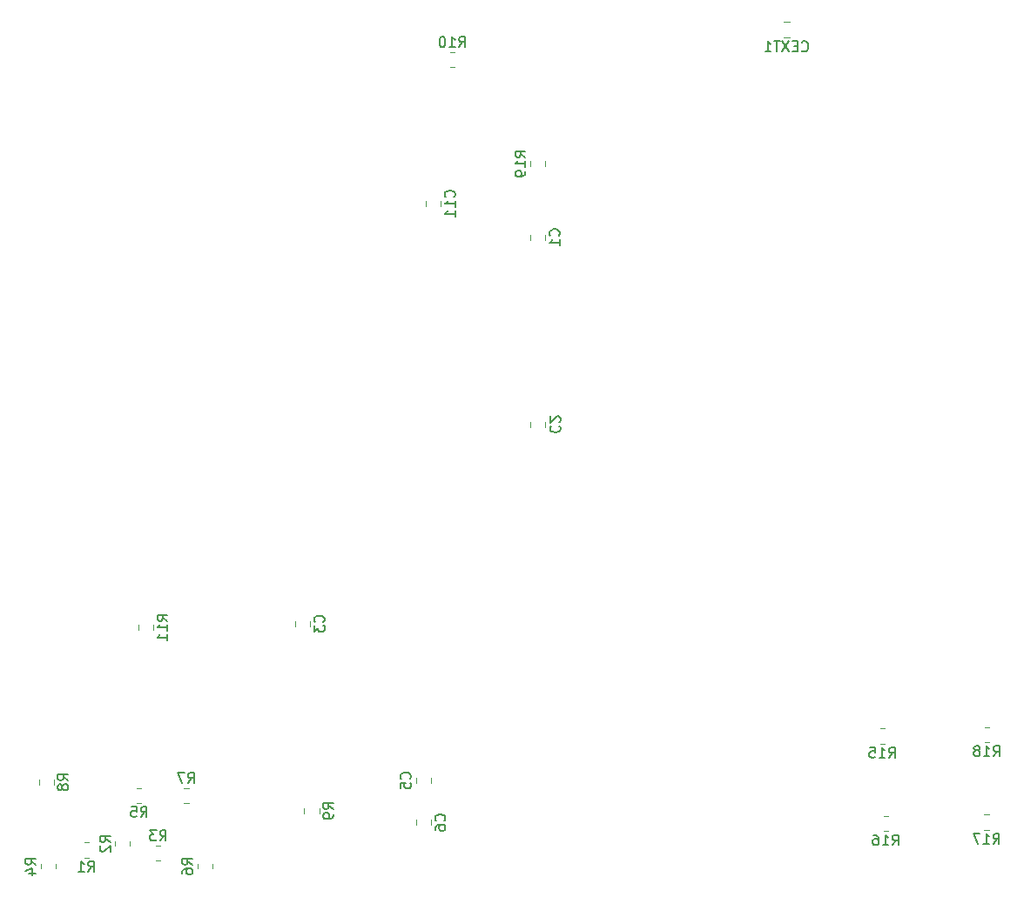
<source format=gbr>
%TF.GenerationSoftware,KiCad,Pcbnew,(5.1.7)-1*%
%TF.CreationDate,2020-12-26T11:55:58+01:00*%
%TF.ProjectId,sbc6526,73626336-3532-4362-9e6b-696361645f70,rev?*%
%TF.SameCoordinates,Original*%
%TF.FileFunction,Legend,Bot*%
%TF.FilePolarity,Positive*%
%FSLAX46Y46*%
G04 Gerber Fmt 4.6, Leading zero omitted, Abs format (unit mm)*
G04 Created by KiCad (PCBNEW (5.1.7)-1) date 2020-12-26 11:55:58*
%MOMM*%
%LPD*%
G01*
G04 APERTURE LIST*
%ADD10C,0.120000*%
%ADD11C,0.150000*%
G04 APERTURE END LIST*
D10*
%TO.C,C1*%
X150229900Y-79547952D02*
X150229900Y-79025448D01*
X151699900Y-79547952D02*
X151699900Y-79025448D01*
%TO.C,C2*%
X150215000Y-97748752D02*
X150215000Y-97226248D01*
X151685000Y-97748752D02*
X151685000Y-97226248D01*
%TO.C,C3*%
X127365000Y-117148752D02*
X127365000Y-116626248D01*
X128835000Y-117148752D02*
X128835000Y-116626248D01*
%TO.C,C5*%
X140585000Y-131888748D02*
X140585000Y-132411252D01*
X139115000Y-131888748D02*
X139115000Y-132411252D01*
%TO.C,C6*%
X139115000Y-136498752D02*
X139115000Y-135976248D01*
X140585000Y-136498752D02*
X140585000Y-135976248D01*
%TO.C,C11*%
X140065000Y-76273752D02*
X140065000Y-75751248D01*
X141535000Y-76273752D02*
X141535000Y-75751248D01*
%TO.C,R1*%
X106872936Y-138165000D02*
X107327064Y-138165000D01*
X106872936Y-139635000D02*
X107327064Y-139635000D01*
%TO.C,R2*%
X111335000Y-138072936D02*
X111335000Y-138527064D01*
X109865000Y-138072936D02*
X109865000Y-138527064D01*
%TO.C,R3*%
X114289064Y-139935000D02*
X113834936Y-139935000D01*
X114289064Y-138465000D02*
X113834936Y-138465000D01*
%TO.C,R4*%
X104113000Y-140272936D02*
X104113000Y-140727064D01*
X102643000Y-140272936D02*
X102643000Y-140727064D01*
%TO.C,R5*%
X111972936Y-132865000D02*
X112427064Y-132865000D01*
X111972936Y-134335000D02*
X112427064Y-134335000D01*
%TO.C,R6*%
X119335000Y-140272936D02*
X119335000Y-140727064D01*
X117865000Y-140272936D02*
X117865000Y-140727064D01*
%TO.C,R7*%
X117027064Y-134335000D02*
X116572936Y-134335000D01*
X117027064Y-132865000D02*
X116572936Y-132865000D01*
%TO.C,R8*%
X102465000Y-132527064D02*
X102465000Y-132072936D01*
X103935000Y-132527064D02*
X103935000Y-132072936D01*
%TO.C,R9*%
X128265000Y-135327064D02*
X128265000Y-134872936D01*
X129735000Y-135327064D02*
X129735000Y-134872936D01*
%TO.C,R10*%
X142902064Y-62710000D02*
X142447936Y-62710000D01*
X142902064Y-61240000D02*
X142447936Y-61240000D01*
%TO.C,R11*%
X112140000Y-117477064D02*
X112140000Y-117022936D01*
X113610000Y-117477064D02*
X113610000Y-117022936D01*
%TO.C,R15*%
X184252936Y-127085000D02*
X184707064Y-127085000D01*
X184252936Y-128555000D02*
X184707064Y-128555000D01*
%TO.C,R16*%
X184582936Y-135605000D02*
X185037064Y-135605000D01*
X184582936Y-137075000D02*
X185037064Y-137075000D01*
%TO.C,R17*%
X194392936Y-135475000D02*
X194847064Y-135475000D01*
X194392936Y-136945000D02*
X194847064Y-136945000D01*
%TO.C,R18*%
X194412936Y-126945000D02*
X194867064Y-126945000D01*
X194412936Y-128415000D02*
X194867064Y-128415000D01*
%TO.C,R19*%
X151710000Y-71897936D02*
X151710000Y-72352064D01*
X150240000Y-71897936D02*
X150240000Y-72352064D01*
%TO.C,CEXT1*%
X174913748Y-59810000D02*
X175436252Y-59810000D01*
X174913748Y-58340000D02*
X175436252Y-58340000D01*
%TO.C,C1*%
D11*
X153002042Y-79120033D02*
X153049661Y-79072414D01*
X153097280Y-78929557D01*
X153097280Y-78834319D01*
X153049661Y-78691461D01*
X152954423Y-78596223D01*
X152859185Y-78548604D01*
X152668709Y-78500985D01*
X152525852Y-78500985D01*
X152335376Y-78548604D01*
X152240138Y-78596223D01*
X152144900Y-78691461D01*
X152097280Y-78834319D01*
X152097280Y-78929557D01*
X152144900Y-79072414D01*
X152192519Y-79120033D01*
X153097280Y-80072414D02*
X153097280Y-79500985D01*
X153097280Y-79786700D02*
X152097280Y-79786700D01*
X152240138Y-79691461D01*
X152335376Y-79596223D01*
X152382995Y-79500985D01*
%TO.C,C2*%
X152272857Y-97654166D02*
X152225238Y-97701785D01*
X152177619Y-97844642D01*
X152177619Y-97939880D01*
X152225238Y-98082738D01*
X152320476Y-98177976D01*
X152415714Y-98225595D01*
X152606190Y-98273214D01*
X152749047Y-98273214D01*
X152939523Y-98225595D01*
X153034761Y-98177976D01*
X153130000Y-98082738D01*
X153177619Y-97939880D01*
X153177619Y-97844642D01*
X153130000Y-97701785D01*
X153082380Y-97654166D01*
X153082380Y-97273214D02*
X153130000Y-97225595D01*
X153177619Y-97130357D01*
X153177619Y-96892261D01*
X153130000Y-96797023D01*
X153082380Y-96749404D01*
X152987142Y-96701785D01*
X152891904Y-96701785D01*
X152749047Y-96749404D01*
X152177619Y-97320833D01*
X152177619Y-96701785D01*
%TO.C,C3*%
X130137142Y-116720833D02*
X130184761Y-116673214D01*
X130232380Y-116530357D01*
X130232380Y-116435119D01*
X130184761Y-116292261D01*
X130089523Y-116197023D01*
X129994285Y-116149404D01*
X129803809Y-116101785D01*
X129660952Y-116101785D01*
X129470476Y-116149404D01*
X129375238Y-116197023D01*
X129280000Y-116292261D01*
X129232380Y-116435119D01*
X129232380Y-116530357D01*
X129280000Y-116673214D01*
X129327619Y-116720833D01*
X129232380Y-117054166D02*
X129232380Y-117673214D01*
X129613333Y-117339880D01*
X129613333Y-117482738D01*
X129660952Y-117577976D01*
X129708571Y-117625595D01*
X129803809Y-117673214D01*
X130041904Y-117673214D01*
X130137142Y-117625595D01*
X130184761Y-117577976D01*
X130232380Y-117482738D01*
X130232380Y-117197023D01*
X130184761Y-117101785D01*
X130137142Y-117054166D01*
%TO.C,C5*%
X138527142Y-131983333D02*
X138574761Y-131935714D01*
X138622380Y-131792857D01*
X138622380Y-131697619D01*
X138574761Y-131554761D01*
X138479523Y-131459523D01*
X138384285Y-131411904D01*
X138193809Y-131364285D01*
X138050952Y-131364285D01*
X137860476Y-131411904D01*
X137765238Y-131459523D01*
X137670000Y-131554761D01*
X137622380Y-131697619D01*
X137622380Y-131792857D01*
X137670000Y-131935714D01*
X137717619Y-131983333D01*
X137622380Y-132888095D02*
X137622380Y-132411904D01*
X138098571Y-132364285D01*
X138050952Y-132411904D01*
X138003333Y-132507142D01*
X138003333Y-132745238D01*
X138050952Y-132840476D01*
X138098571Y-132888095D01*
X138193809Y-132935714D01*
X138431904Y-132935714D01*
X138527142Y-132888095D01*
X138574761Y-132840476D01*
X138622380Y-132745238D01*
X138622380Y-132507142D01*
X138574761Y-132411904D01*
X138527142Y-132364285D01*
%TO.C,C6*%
X141887142Y-136070833D02*
X141934761Y-136023214D01*
X141982380Y-135880357D01*
X141982380Y-135785119D01*
X141934761Y-135642261D01*
X141839523Y-135547023D01*
X141744285Y-135499404D01*
X141553809Y-135451785D01*
X141410952Y-135451785D01*
X141220476Y-135499404D01*
X141125238Y-135547023D01*
X141030000Y-135642261D01*
X140982380Y-135785119D01*
X140982380Y-135880357D01*
X141030000Y-136023214D01*
X141077619Y-136070833D01*
X140982380Y-136927976D02*
X140982380Y-136737500D01*
X141030000Y-136642261D01*
X141077619Y-136594642D01*
X141220476Y-136499404D01*
X141410952Y-136451785D01*
X141791904Y-136451785D01*
X141887142Y-136499404D01*
X141934761Y-136547023D01*
X141982380Y-136642261D01*
X141982380Y-136832738D01*
X141934761Y-136927976D01*
X141887142Y-136975595D01*
X141791904Y-137023214D01*
X141553809Y-137023214D01*
X141458571Y-136975595D01*
X141410952Y-136927976D01*
X141363333Y-136832738D01*
X141363333Y-136642261D01*
X141410952Y-136547023D01*
X141458571Y-136499404D01*
X141553809Y-136451785D01*
%TO.C,C11*%
X142837142Y-75369642D02*
X142884761Y-75322023D01*
X142932380Y-75179166D01*
X142932380Y-75083928D01*
X142884761Y-74941071D01*
X142789523Y-74845833D01*
X142694285Y-74798214D01*
X142503809Y-74750595D01*
X142360952Y-74750595D01*
X142170476Y-74798214D01*
X142075238Y-74845833D01*
X141980000Y-74941071D01*
X141932380Y-75083928D01*
X141932380Y-75179166D01*
X141980000Y-75322023D01*
X142027619Y-75369642D01*
X142932380Y-76322023D02*
X142932380Y-75750595D01*
X142932380Y-76036309D02*
X141932380Y-76036309D01*
X142075238Y-75941071D01*
X142170476Y-75845833D01*
X142218095Y-75750595D01*
X142932380Y-77274404D02*
X142932380Y-76702976D01*
X142932380Y-76988690D02*
X141932380Y-76988690D01*
X142075238Y-76893452D01*
X142170476Y-76798214D01*
X142218095Y-76702976D01*
%TO.C,R1*%
X107266666Y-141002380D02*
X107600000Y-140526190D01*
X107838095Y-141002380D02*
X107838095Y-140002380D01*
X107457142Y-140002380D01*
X107361904Y-140050000D01*
X107314285Y-140097619D01*
X107266666Y-140192857D01*
X107266666Y-140335714D01*
X107314285Y-140430952D01*
X107361904Y-140478571D01*
X107457142Y-140526190D01*
X107838095Y-140526190D01*
X106314285Y-141002380D02*
X106885714Y-141002380D01*
X106600000Y-141002380D02*
X106600000Y-140002380D01*
X106695238Y-140145238D01*
X106790476Y-140240476D01*
X106885714Y-140288095D01*
%TO.C,R2*%
X109402380Y-138133333D02*
X108926190Y-137800000D01*
X109402380Y-137561904D02*
X108402380Y-137561904D01*
X108402380Y-137942857D01*
X108450000Y-138038095D01*
X108497619Y-138085714D01*
X108592857Y-138133333D01*
X108735714Y-138133333D01*
X108830952Y-138085714D01*
X108878571Y-138038095D01*
X108926190Y-137942857D01*
X108926190Y-137561904D01*
X108497619Y-138514285D02*
X108450000Y-138561904D01*
X108402380Y-138657142D01*
X108402380Y-138895238D01*
X108450000Y-138990476D01*
X108497619Y-139038095D01*
X108592857Y-139085714D01*
X108688095Y-139085714D01*
X108830952Y-139038095D01*
X109402380Y-138466666D01*
X109402380Y-139085714D01*
%TO.C,R3*%
X114228666Y-138002380D02*
X114562000Y-137526190D01*
X114800095Y-138002380D02*
X114800095Y-137002380D01*
X114419142Y-137002380D01*
X114323904Y-137050000D01*
X114276285Y-137097619D01*
X114228666Y-137192857D01*
X114228666Y-137335714D01*
X114276285Y-137430952D01*
X114323904Y-137478571D01*
X114419142Y-137526190D01*
X114800095Y-137526190D01*
X113895333Y-137002380D02*
X113276285Y-137002380D01*
X113609619Y-137383333D01*
X113466761Y-137383333D01*
X113371523Y-137430952D01*
X113323904Y-137478571D01*
X113276285Y-137573809D01*
X113276285Y-137811904D01*
X113323904Y-137907142D01*
X113371523Y-137954761D01*
X113466761Y-138002380D01*
X113752476Y-138002380D01*
X113847714Y-137954761D01*
X113895333Y-137907142D01*
%TO.C,R4*%
X102180380Y-140333333D02*
X101704190Y-140000000D01*
X102180380Y-139761904D02*
X101180380Y-139761904D01*
X101180380Y-140142857D01*
X101228000Y-140238095D01*
X101275619Y-140285714D01*
X101370857Y-140333333D01*
X101513714Y-140333333D01*
X101608952Y-140285714D01*
X101656571Y-140238095D01*
X101704190Y-140142857D01*
X101704190Y-139761904D01*
X101513714Y-141190476D02*
X102180380Y-141190476D01*
X101132761Y-140952380D02*
X101847047Y-140714285D01*
X101847047Y-141333333D01*
%TO.C,R5*%
X112366666Y-135702380D02*
X112700000Y-135226190D01*
X112938095Y-135702380D02*
X112938095Y-134702380D01*
X112557142Y-134702380D01*
X112461904Y-134750000D01*
X112414285Y-134797619D01*
X112366666Y-134892857D01*
X112366666Y-135035714D01*
X112414285Y-135130952D01*
X112461904Y-135178571D01*
X112557142Y-135226190D01*
X112938095Y-135226190D01*
X111461904Y-134702380D02*
X111938095Y-134702380D01*
X111985714Y-135178571D01*
X111938095Y-135130952D01*
X111842857Y-135083333D01*
X111604761Y-135083333D01*
X111509523Y-135130952D01*
X111461904Y-135178571D01*
X111414285Y-135273809D01*
X111414285Y-135511904D01*
X111461904Y-135607142D01*
X111509523Y-135654761D01*
X111604761Y-135702380D01*
X111842857Y-135702380D01*
X111938095Y-135654761D01*
X111985714Y-135607142D01*
%TO.C,R6*%
X117402380Y-140333333D02*
X116926190Y-140000000D01*
X117402380Y-139761904D02*
X116402380Y-139761904D01*
X116402380Y-140142857D01*
X116450000Y-140238095D01*
X116497619Y-140285714D01*
X116592857Y-140333333D01*
X116735714Y-140333333D01*
X116830952Y-140285714D01*
X116878571Y-140238095D01*
X116926190Y-140142857D01*
X116926190Y-139761904D01*
X116402380Y-141190476D02*
X116402380Y-141000000D01*
X116450000Y-140904761D01*
X116497619Y-140857142D01*
X116640476Y-140761904D01*
X116830952Y-140714285D01*
X117211904Y-140714285D01*
X117307142Y-140761904D01*
X117354761Y-140809523D01*
X117402380Y-140904761D01*
X117402380Y-141095238D01*
X117354761Y-141190476D01*
X117307142Y-141238095D01*
X117211904Y-141285714D01*
X116973809Y-141285714D01*
X116878571Y-141238095D01*
X116830952Y-141190476D01*
X116783333Y-141095238D01*
X116783333Y-140904761D01*
X116830952Y-140809523D01*
X116878571Y-140761904D01*
X116973809Y-140714285D01*
%TO.C,R7*%
X116966666Y-132402380D02*
X117300000Y-131926190D01*
X117538095Y-132402380D02*
X117538095Y-131402380D01*
X117157142Y-131402380D01*
X117061904Y-131450000D01*
X117014285Y-131497619D01*
X116966666Y-131592857D01*
X116966666Y-131735714D01*
X117014285Y-131830952D01*
X117061904Y-131878571D01*
X117157142Y-131926190D01*
X117538095Y-131926190D01*
X116633333Y-131402380D02*
X115966666Y-131402380D01*
X116395238Y-132402380D01*
%TO.C,R8*%
X105302380Y-132133333D02*
X104826190Y-131800000D01*
X105302380Y-131561904D02*
X104302380Y-131561904D01*
X104302380Y-131942857D01*
X104350000Y-132038095D01*
X104397619Y-132085714D01*
X104492857Y-132133333D01*
X104635714Y-132133333D01*
X104730952Y-132085714D01*
X104778571Y-132038095D01*
X104826190Y-131942857D01*
X104826190Y-131561904D01*
X104730952Y-132704761D02*
X104683333Y-132609523D01*
X104635714Y-132561904D01*
X104540476Y-132514285D01*
X104492857Y-132514285D01*
X104397619Y-132561904D01*
X104350000Y-132609523D01*
X104302380Y-132704761D01*
X104302380Y-132895238D01*
X104350000Y-132990476D01*
X104397619Y-133038095D01*
X104492857Y-133085714D01*
X104540476Y-133085714D01*
X104635714Y-133038095D01*
X104683333Y-132990476D01*
X104730952Y-132895238D01*
X104730952Y-132704761D01*
X104778571Y-132609523D01*
X104826190Y-132561904D01*
X104921428Y-132514285D01*
X105111904Y-132514285D01*
X105207142Y-132561904D01*
X105254761Y-132609523D01*
X105302380Y-132704761D01*
X105302380Y-132895238D01*
X105254761Y-132990476D01*
X105207142Y-133038095D01*
X105111904Y-133085714D01*
X104921428Y-133085714D01*
X104826190Y-133038095D01*
X104778571Y-132990476D01*
X104730952Y-132895238D01*
%TO.C,R9*%
X131102380Y-134933333D02*
X130626190Y-134600000D01*
X131102380Y-134361904D02*
X130102380Y-134361904D01*
X130102380Y-134742857D01*
X130150000Y-134838095D01*
X130197619Y-134885714D01*
X130292857Y-134933333D01*
X130435714Y-134933333D01*
X130530952Y-134885714D01*
X130578571Y-134838095D01*
X130626190Y-134742857D01*
X130626190Y-134361904D01*
X131102380Y-135409523D02*
X131102380Y-135600000D01*
X131054761Y-135695238D01*
X131007142Y-135742857D01*
X130864285Y-135838095D01*
X130673809Y-135885714D01*
X130292857Y-135885714D01*
X130197619Y-135838095D01*
X130150000Y-135790476D01*
X130102380Y-135695238D01*
X130102380Y-135504761D01*
X130150000Y-135409523D01*
X130197619Y-135361904D01*
X130292857Y-135314285D01*
X130530952Y-135314285D01*
X130626190Y-135361904D01*
X130673809Y-135409523D01*
X130721428Y-135504761D01*
X130721428Y-135695238D01*
X130673809Y-135790476D01*
X130626190Y-135838095D01*
X130530952Y-135885714D01*
%TO.C,R10*%
X143317857Y-60777380D02*
X143651190Y-60301190D01*
X143889285Y-60777380D02*
X143889285Y-59777380D01*
X143508333Y-59777380D01*
X143413095Y-59825000D01*
X143365476Y-59872619D01*
X143317857Y-59967857D01*
X143317857Y-60110714D01*
X143365476Y-60205952D01*
X143413095Y-60253571D01*
X143508333Y-60301190D01*
X143889285Y-60301190D01*
X142365476Y-60777380D02*
X142936904Y-60777380D01*
X142651190Y-60777380D02*
X142651190Y-59777380D01*
X142746428Y-59920238D01*
X142841666Y-60015476D01*
X142936904Y-60063095D01*
X141746428Y-59777380D02*
X141651190Y-59777380D01*
X141555952Y-59825000D01*
X141508333Y-59872619D01*
X141460714Y-59967857D01*
X141413095Y-60158333D01*
X141413095Y-60396428D01*
X141460714Y-60586904D01*
X141508333Y-60682142D01*
X141555952Y-60729761D01*
X141651190Y-60777380D01*
X141746428Y-60777380D01*
X141841666Y-60729761D01*
X141889285Y-60682142D01*
X141936904Y-60586904D01*
X141984523Y-60396428D01*
X141984523Y-60158333D01*
X141936904Y-59967857D01*
X141889285Y-59872619D01*
X141841666Y-59825000D01*
X141746428Y-59777380D01*
%TO.C,R11*%
X114977380Y-116607142D02*
X114501190Y-116273809D01*
X114977380Y-116035714D02*
X113977380Y-116035714D01*
X113977380Y-116416666D01*
X114025000Y-116511904D01*
X114072619Y-116559523D01*
X114167857Y-116607142D01*
X114310714Y-116607142D01*
X114405952Y-116559523D01*
X114453571Y-116511904D01*
X114501190Y-116416666D01*
X114501190Y-116035714D01*
X114977380Y-117559523D02*
X114977380Y-116988095D01*
X114977380Y-117273809D02*
X113977380Y-117273809D01*
X114120238Y-117178571D01*
X114215476Y-117083333D01*
X114263095Y-116988095D01*
X114977380Y-118511904D02*
X114977380Y-117940476D01*
X114977380Y-118226190D02*
X113977380Y-118226190D01*
X114120238Y-118130952D01*
X114215476Y-118035714D01*
X114263095Y-117940476D01*
%TO.C,R15*%
X185122857Y-129922380D02*
X185456190Y-129446190D01*
X185694285Y-129922380D02*
X185694285Y-128922380D01*
X185313333Y-128922380D01*
X185218095Y-128970000D01*
X185170476Y-129017619D01*
X185122857Y-129112857D01*
X185122857Y-129255714D01*
X185170476Y-129350952D01*
X185218095Y-129398571D01*
X185313333Y-129446190D01*
X185694285Y-129446190D01*
X184170476Y-129922380D02*
X184741904Y-129922380D01*
X184456190Y-129922380D02*
X184456190Y-128922380D01*
X184551428Y-129065238D01*
X184646666Y-129160476D01*
X184741904Y-129208095D01*
X183265714Y-128922380D02*
X183741904Y-128922380D01*
X183789523Y-129398571D01*
X183741904Y-129350952D01*
X183646666Y-129303333D01*
X183408571Y-129303333D01*
X183313333Y-129350952D01*
X183265714Y-129398571D01*
X183218095Y-129493809D01*
X183218095Y-129731904D01*
X183265714Y-129827142D01*
X183313333Y-129874761D01*
X183408571Y-129922380D01*
X183646666Y-129922380D01*
X183741904Y-129874761D01*
X183789523Y-129827142D01*
%TO.C,R16*%
X185452857Y-138442380D02*
X185786190Y-137966190D01*
X186024285Y-138442380D02*
X186024285Y-137442380D01*
X185643333Y-137442380D01*
X185548095Y-137490000D01*
X185500476Y-137537619D01*
X185452857Y-137632857D01*
X185452857Y-137775714D01*
X185500476Y-137870952D01*
X185548095Y-137918571D01*
X185643333Y-137966190D01*
X186024285Y-137966190D01*
X184500476Y-138442380D02*
X185071904Y-138442380D01*
X184786190Y-138442380D02*
X184786190Y-137442380D01*
X184881428Y-137585238D01*
X184976666Y-137680476D01*
X185071904Y-137728095D01*
X183643333Y-137442380D02*
X183833809Y-137442380D01*
X183929047Y-137490000D01*
X183976666Y-137537619D01*
X184071904Y-137680476D01*
X184119523Y-137870952D01*
X184119523Y-138251904D01*
X184071904Y-138347142D01*
X184024285Y-138394761D01*
X183929047Y-138442380D01*
X183738571Y-138442380D01*
X183643333Y-138394761D01*
X183595714Y-138347142D01*
X183548095Y-138251904D01*
X183548095Y-138013809D01*
X183595714Y-137918571D01*
X183643333Y-137870952D01*
X183738571Y-137823333D01*
X183929047Y-137823333D01*
X184024285Y-137870952D01*
X184071904Y-137918571D01*
X184119523Y-138013809D01*
%TO.C,R17*%
X195262857Y-138312380D02*
X195596190Y-137836190D01*
X195834285Y-138312380D02*
X195834285Y-137312380D01*
X195453333Y-137312380D01*
X195358095Y-137360000D01*
X195310476Y-137407619D01*
X195262857Y-137502857D01*
X195262857Y-137645714D01*
X195310476Y-137740952D01*
X195358095Y-137788571D01*
X195453333Y-137836190D01*
X195834285Y-137836190D01*
X194310476Y-138312380D02*
X194881904Y-138312380D01*
X194596190Y-138312380D02*
X194596190Y-137312380D01*
X194691428Y-137455238D01*
X194786666Y-137550476D01*
X194881904Y-137598095D01*
X193977142Y-137312380D02*
X193310476Y-137312380D01*
X193739047Y-138312380D01*
%TO.C,R18*%
X195282857Y-129782380D02*
X195616190Y-129306190D01*
X195854285Y-129782380D02*
X195854285Y-128782380D01*
X195473333Y-128782380D01*
X195378095Y-128830000D01*
X195330476Y-128877619D01*
X195282857Y-128972857D01*
X195282857Y-129115714D01*
X195330476Y-129210952D01*
X195378095Y-129258571D01*
X195473333Y-129306190D01*
X195854285Y-129306190D01*
X194330476Y-129782380D02*
X194901904Y-129782380D01*
X194616190Y-129782380D02*
X194616190Y-128782380D01*
X194711428Y-128925238D01*
X194806666Y-129020476D01*
X194901904Y-129068095D01*
X193759047Y-129210952D02*
X193854285Y-129163333D01*
X193901904Y-129115714D01*
X193949523Y-129020476D01*
X193949523Y-128972857D01*
X193901904Y-128877619D01*
X193854285Y-128830000D01*
X193759047Y-128782380D01*
X193568571Y-128782380D01*
X193473333Y-128830000D01*
X193425714Y-128877619D01*
X193378095Y-128972857D01*
X193378095Y-129020476D01*
X193425714Y-129115714D01*
X193473333Y-129163333D01*
X193568571Y-129210952D01*
X193759047Y-129210952D01*
X193854285Y-129258571D01*
X193901904Y-129306190D01*
X193949523Y-129401428D01*
X193949523Y-129591904D01*
X193901904Y-129687142D01*
X193854285Y-129734761D01*
X193759047Y-129782380D01*
X193568571Y-129782380D01*
X193473333Y-129734761D01*
X193425714Y-129687142D01*
X193378095Y-129591904D01*
X193378095Y-129401428D01*
X193425714Y-129306190D01*
X193473333Y-129258571D01*
X193568571Y-129210952D01*
%TO.C,R19*%
X149777380Y-71482142D02*
X149301190Y-71148809D01*
X149777380Y-70910714D02*
X148777380Y-70910714D01*
X148777380Y-71291666D01*
X148825000Y-71386904D01*
X148872619Y-71434523D01*
X148967857Y-71482142D01*
X149110714Y-71482142D01*
X149205952Y-71434523D01*
X149253571Y-71386904D01*
X149301190Y-71291666D01*
X149301190Y-70910714D01*
X149777380Y-72434523D02*
X149777380Y-71863095D01*
X149777380Y-72148809D02*
X148777380Y-72148809D01*
X148920238Y-72053571D01*
X149015476Y-71958333D01*
X149063095Y-71863095D01*
X149777380Y-72910714D02*
X149777380Y-73101190D01*
X149729761Y-73196428D01*
X149682142Y-73244047D01*
X149539285Y-73339285D01*
X149348809Y-73386904D01*
X148967857Y-73386904D01*
X148872619Y-73339285D01*
X148825000Y-73291666D01*
X148777380Y-73196428D01*
X148777380Y-73005952D01*
X148825000Y-72910714D01*
X148872619Y-72863095D01*
X148967857Y-72815476D01*
X149205952Y-72815476D01*
X149301190Y-72863095D01*
X149348809Y-72910714D01*
X149396428Y-73005952D01*
X149396428Y-73196428D01*
X149348809Y-73291666D01*
X149301190Y-73339285D01*
X149205952Y-73386904D01*
%TO.C,CEXT1*%
X176651190Y-61112142D02*
X176698809Y-61159761D01*
X176841666Y-61207380D01*
X176936904Y-61207380D01*
X177079761Y-61159761D01*
X177175000Y-61064523D01*
X177222619Y-60969285D01*
X177270238Y-60778809D01*
X177270238Y-60635952D01*
X177222619Y-60445476D01*
X177175000Y-60350238D01*
X177079761Y-60255000D01*
X176936904Y-60207380D01*
X176841666Y-60207380D01*
X176698809Y-60255000D01*
X176651190Y-60302619D01*
X176222619Y-60683571D02*
X175889285Y-60683571D01*
X175746428Y-61207380D02*
X176222619Y-61207380D01*
X176222619Y-60207380D01*
X175746428Y-60207380D01*
X175413095Y-60207380D02*
X174746428Y-61207380D01*
X174746428Y-60207380D02*
X175413095Y-61207380D01*
X174508333Y-60207380D02*
X173936904Y-60207380D01*
X174222619Y-61207380D02*
X174222619Y-60207380D01*
X173079761Y-61207380D02*
X173651190Y-61207380D01*
X173365476Y-61207380D02*
X173365476Y-60207380D01*
X173460714Y-60350238D01*
X173555952Y-60445476D01*
X173651190Y-60493095D01*
%TD*%
M02*

</source>
